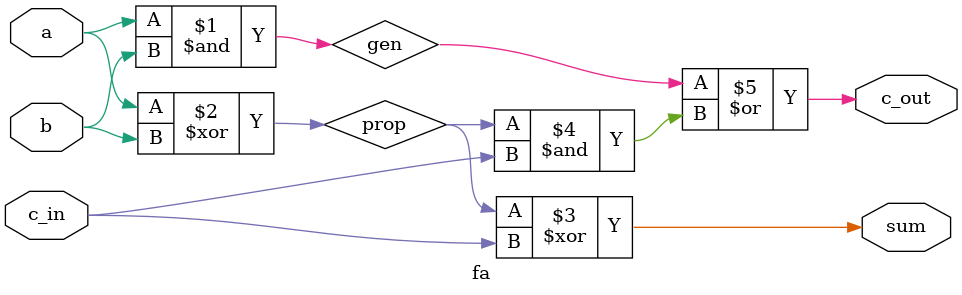
<source format=v>

module fa(
    input a,
    input b,
    input c_in,
    output sum,
    output c_out
);  

    wire gen;
    wire prop;

    assign gen  = a & b;
    assign prop = a ^ b;

    assign sum   = prop ^ c_in;
    assign c_out = gen | prop & c_in;

endmodule

</source>
